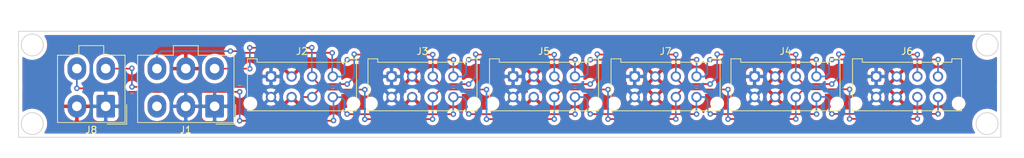
<source format=kicad_pcb>
(kicad_pcb (version 20171130) (host pcbnew "(5.1.5)-3")
  (layers (0 F.Cu signal) (31 B.Cu signal) (34 B.Paste user) (35 F.Paste user) (36 B.SilkS user) (37 F.SilkS user) (38 B.Mask user) (39 F.Mask user) (44 Edge.Cuts user))
  (net 0 "")
  (net 1 GND)
  (net 2 +12V)
  (net 3 CANH)
  (net 4 CANL)
  (net 5 PWM)
  (net 6 Sens)
  (net 7 DCDC+)
  (net 8 "Net-(J1-Pad3)")
  (module Connector_Molex:Molex_Micro-Fit_3.0_43045-0812_2x04_P3.00mm_Vertical (layer F.Cu) (at 118.78564 86.60384)
    (fp_text reference J2 (at 4.5 -3.67) (layer F.SilkS))
    (fp_text value Conn_01x08)
    (fp_line (start -3.435 4.7) (end -3.435 5.01) (layer F.SilkS) (width 0.12))
    (fp_line (start -3.435 5.01) (end 12.435 5.01) (layer F.SilkS) (width 0.12))
    (fp_line (start 12.435 5.01) (end 12.435 4.7) (layer F.SilkS) (width 0.12))
    (fp_line (start -3.435 3.18) (end -3.435 -2.58) (layer F.SilkS) (width 0.12))
    (fp_line (start -3.435 -2.58) (end -2.015 -2.58) (layer F.SilkS) (width 0.12))
    (fp_line (start -2.015 -2.58) (end -2.015 -2.08) (layer F.SilkS) (width 0.12))
    (fp_line (start -2.015 -2.08) (end 11.015 -2.08) (layer F.SilkS) (width 0.12))
    (fp_line (start 11.015 -2.08) (end 11.015 -2.58) (layer F.SilkS) (width 0.12))
    (fp_line (start 11.015 -2.58) (end 12.435 -2.58) (layer F.SilkS) (width 0.12))
    (fp_line (start 12.435 -2.58) (end 12.435 3.18) (layer F.SilkS) (width 0.12))
    (pad "" np_thru_hole circle (at -3 3.94) (size 1 1) (drill 1) (layers *.Cu *.Mask))
    (pad "" np_thru_hole circle (at 12 3.94) (size 1 1) (drill 1) (layers *.Cu *.Mask))
    (pad 1 thru_hole roundrect (at 0 0) (size 1.5 1.5) (drill 1) (layers *.Cu *.Mask) (roundrect_rratio 0.166667) (net 1 GND))
    (pad 2 thru_hole circle (at 3 0) (size 1.5 1.5) (drill 1) (layers *.Cu *.Mask) (net 2 +12V))
    (pad 3 thru_hole circle (at 6 0) (size 1.5 1.5) (drill 1) (layers *.Cu *.Mask) (net 3 CANH))
    (pad 4 thru_hole circle (at 9 0) (size 1.5 1.5) (drill 1) (layers *.Cu *.Mask) (net 4 CANL))
    (pad 5 thru_hole circle (at 0 3) (size 1.5 1.5) (drill 1) (layers *.Cu *.Mask) (net 1 GND))
    (pad 6 thru_hole circle (at 3 3) (size 1.5 1.5) (drill 1) (layers *.Cu *.Mask) (net 7 DCDC+))
    (pad 7 thru_hole circle (at 6 3) (size 1.5 1.5) (drill 1) (layers *.Cu *.Mask) (net 6 Sens))
    (pad 8 thru_hole circle (at 9 3) (size 1.5 1.5) (drill 1) (layers *.Cu *.Mask) (net 5 PWM))
  )
  (module Connector_Molex:Molex_Mini-Fit_Jr_5566-06A_2x03_P4.20mm_Vertical (layer F.Cu) (at 110.584779 90.958619 180)
    (fp_text reference J1 (at 4.2 -3.45) (layer F.SilkS))
    (fp_text value Conn_01x06)
    (fp_line (start 4.2 -2.36) (end -2.81 -2.36) (layer F.SilkS) (width 0.12))
    (fp_line (start -2.81 -2.36) (end -2.81 7.46) (layer F.SilkS) (width 0.12))
    (fp_line (start -2.81 7.46) (end 2.39 7.46) (layer F.SilkS) (width 0.12))
    (fp_line (start 2.39 7.46) (end 2.39 8.86) (layer F.SilkS) (width 0.12))
    (fp_line (start 2.39 8.86) (end 4.2 8.86) (layer F.SilkS) (width 0.12))
    (fp_line (start 4.2 -2.36) (end 11.21 -2.36) (layer F.SilkS) (width 0.12))
    (fp_line (start 11.21 -2.36) (end 11.21 7.46) (layer F.SilkS) (width 0.12))
    (fp_line (start 11.21 7.46) (end 6.01 7.46) (layer F.SilkS) (width 0.12))
    (fp_line (start 6.01 7.46) (end 6.01 8.86) (layer F.SilkS) (width 0.12))
    (fp_line (start 6.01 8.86) (end 4.2 8.86) (layer F.SilkS) (width 0.12))
    (fp_line (start -0.2 -2.6) (end -3.05 -2.6) (layer F.SilkS) (width 0.12))
    (fp_line (start -3.05 -2.6) (end -3.05 0.25) (layer F.SilkS) (width 0.12))
    (pad 1 thru_hole roundrect (at 0 0 180) (size 2.7 3.3) (drill 1.4) (layers *.Cu *.Mask) (roundrect_rratio 0.09259299999999999) (net 1 GND))
    (pad 2 thru_hole oval (at 4.2 0 180) (size 2.7 3.3) (drill 1.4) (layers *.Cu *.Mask) (net 1 GND))
    (pad 3 thru_hole oval (at 8.4 0 180) (size 2.7 3.3) (drill 1.4) (layers *.Cu *.Mask) (net 8 "Net-(J1-Pad3)"))
    (pad 4 thru_hole oval (at 0 5.5 180) (size 2.7 3.3) (drill 1.4) (layers *.Cu *.Mask) (net 3 CANH))
    (pad 5 thru_hole oval (at 4.2 5.5 180) (size 2.7 3.3) (drill 1.4) (layers *.Cu *.Mask) (net 2 +12V))
    (pad 6 thru_hole oval (at 8.4 5.5 180) (size 2.7 3.3) (drill 1.4) (layers *.Cu *.Mask) (net 4 CANL))
  )
  (module Connector_Molex:Molex_Mini-Fit_Jr_5566-04A_2x02_P4.20mm_Vertical (layer F.Cu) (at 94.734779 90.958619 180)
    (fp_text reference J8 (at 2.1 -3.45) (layer F.SilkS))
    (fp_text value Conn_01x04)
    (fp_line (start 2.1 -2.36) (end -2.81 -2.36) (layer F.SilkS) (width 0.12))
    (fp_line (start -2.81 -2.36) (end -2.81 7.46) (layer F.SilkS) (width 0.12))
    (fp_line (start -2.81 7.46) (end 0.29 7.46) (layer F.SilkS) (width 0.12))
    (fp_line (start 0.29 7.46) (end 0.29 8.86) (layer F.SilkS) (width 0.12))
    (fp_line (start 0.29 8.86) (end 2.1 8.86) (layer F.SilkS) (width 0.12))
    (fp_line (start 2.1 -2.36) (end 7.01 -2.36) (layer F.SilkS) (width 0.12))
    (fp_line (start 7.01 -2.36) (end 7.01 7.46) (layer F.SilkS) (width 0.12))
    (fp_line (start 7.01 7.46) (end 3.91 7.46) (layer F.SilkS) (width 0.12))
    (fp_line (start 3.91 7.46) (end 3.91 8.86) (layer F.SilkS) (width 0.12))
    (fp_line (start 3.91 8.86) (end 2.1 8.86) (layer F.SilkS) (width 0.12))
    (fp_line (start -0.2 -2.6) (end -3.05 -2.6) (layer F.SilkS) (width 0.12))
    (fp_line (start -3.05 -2.6) (end -3.05 0.25) (layer F.SilkS) (width 0.12))
    (pad 1 thru_hole roundrect (at 0 0 180) (size 2.7 3.3) (drill 1.4) (layers *.Cu *.Mask) (roundrect_rratio 0.09259299999999999) (net 1 GND))
    (pad 2 thru_hole oval (at 4.2 0 180) (size 2.7 3.3) (drill 1.4) (layers *.Cu *.Mask) (net 7 DCDC+))
    (pad 3 thru_hole oval (at 0 5.5 180) (size 2.7 3.3) (drill 1.4) (layers *.Cu *.Mask) (net 6 Sens))
    (pad 4 thru_hole oval (at 4.2 5.5 180) (size 2.7 3.3) (drill 1.4) (layers *.Cu *.Mask) (net 5 PWM))
  )
  (module Connector_Molex:Molex_Micro-Fit_3.0_43045-0812_2x04_P3.00mm_Vertical (layer F.Cu) (at 136.331401 86.604181)
    (fp_text reference J3 (at 4.5 -3.67) (layer F.SilkS))
    (fp_text value Conn_01x08)
    (fp_line (start -3.435 4.7) (end -3.435 5.01) (layer F.SilkS) (width 0.12))
    (fp_line (start -3.435 5.01) (end 12.435 5.01) (layer F.SilkS) (width 0.12))
    (fp_line (start 12.435 5.01) (end 12.435 4.7) (layer F.SilkS) (width 0.12))
    (fp_line (start -3.435 3.18) (end -3.435 -2.58) (layer F.SilkS) (width 0.12))
    (fp_line (start -3.435 -2.58) (end -2.015 -2.58) (layer F.SilkS) (width 0.12))
    (fp_line (start -2.015 -2.58) (end -2.015 -2.08) (layer F.SilkS) (width 0.12))
    (fp_line (start -2.015 -2.08) (end 11.015 -2.08) (layer F.SilkS) (width 0.12))
    (fp_line (start 11.015 -2.08) (end 11.015 -2.58) (layer F.SilkS) (width 0.12))
    (fp_line (start 11.015 -2.58) (end 12.435 -2.58) (layer F.SilkS) (width 0.12))
    (fp_line (start 12.435 -2.58) (end 12.435 3.18) (layer F.SilkS) (width 0.12))
    (pad "" np_thru_hole circle (at -3 3.94) (size 1 1) (drill 1) (layers *.Cu *.Mask))
    (pad "" np_thru_hole circle (at 12 3.94) (size 1 1) (drill 1) (layers *.Cu *.Mask))
    (pad 1 thru_hole roundrect (at 0 0) (size 1.5 1.5) (drill 1) (layers *.Cu *.Mask) (roundrect_rratio 0.166667) (net 1 GND))
    (pad 2 thru_hole circle (at 3 0) (size 1.5 1.5) (drill 1) (layers *.Cu *.Mask) (net 2 +12V))
    (pad 3 thru_hole circle (at 6 0) (size 1.5 1.5) (drill 1) (layers *.Cu *.Mask) (net 3 CANH))
    (pad 4 thru_hole circle (at 9 0) (size 1.5 1.5) (drill 1) (layers *.Cu *.Mask) (net 4 CANL))
    (pad 5 thru_hole circle (at 0 3) (size 1.5 1.5) (drill 1) (layers *.Cu *.Mask) (net 1 GND))
    (pad 6 thru_hole circle (at 3 3) (size 1.5 1.5) (drill 1) (layers *.Cu *.Mask) (net 7 DCDC+))
    (pad 7 thru_hole circle (at 6 3) (size 1.5 1.5) (drill 1) (layers *.Cu *.Mask) (net 6 Sens))
    (pad 8 thru_hole circle (at 9 3) (size 1.5 1.5) (drill 1) (layers *.Cu *.Mask) (net 5 PWM))
  )
  (module Connector_Molex:Molex_Micro-Fit_3.0_43045-0812_2x04_P3.00mm_Vertical (layer F.Cu) (at 189.163401 86.601241)
    (fp_text reference J4 (at 4.5 -3.67) (layer F.SilkS))
    (fp_text value Conn_01x08)
    (fp_line (start 12.435 -2.58) (end 12.435 3.18) (layer F.SilkS) (width 0.12))
    (fp_line (start 11.015 -2.58) (end 12.435 -2.58) (layer F.SilkS) (width 0.12))
    (fp_line (start 11.015 -2.08) (end 11.015 -2.58) (layer F.SilkS) (width 0.12))
    (fp_line (start -2.015 -2.08) (end 11.015 -2.08) (layer F.SilkS) (width 0.12))
    (fp_line (start -2.015 -2.58) (end -2.015 -2.08) (layer F.SilkS) (width 0.12))
    (fp_line (start -3.435 -2.58) (end -2.015 -2.58) (layer F.SilkS) (width 0.12))
    (fp_line (start -3.435 3.18) (end -3.435 -2.58) (layer F.SilkS) (width 0.12))
    (fp_line (start 12.435 5.01) (end 12.435 4.7) (layer F.SilkS) (width 0.12))
    (fp_line (start -3.435 5.01) (end 12.435 5.01) (layer F.SilkS) (width 0.12))
    (fp_line (start -3.435 4.7) (end -3.435 5.01) (layer F.SilkS) (width 0.12))
    (pad 8 thru_hole circle (at 9 3) (size 1.5 1.5) (drill 1) (layers *.Cu *.Mask) (net 5 PWM))
    (pad 7 thru_hole circle (at 6 3) (size 1.5 1.5) (drill 1) (layers *.Cu *.Mask) (net 6 Sens))
    (pad 6 thru_hole circle (at 3 3) (size 1.5 1.5) (drill 1) (layers *.Cu *.Mask) (net 7 DCDC+))
    (pad 5 thru_hole circle (at 0 3) (size 1.5 1.5) (drill 1) (layers *.Cu *.Mask) (net 1 GND))
    (pad 4 thru_hole circle (at 9 0) (size 1.5 1.5) (drill 1) (layers *.Cu *.Mask) (net 4 CANL))
    (pad 3 thru_hole circle (at 6 0) (size 1.5 1.5) (drill 1) (layers *.Cu *.Mask) (net 3 CANH))
    (pad 2 thru_hole circle (at 3 0) (size 1.5 1.5) (drill 1) (layers *.Cu *.Mask) (net 2 +12V))
    (pad 1 thru_hole roundrect (at 0 0) (size 1.5 1.5) (drill 1) (layers *.Cu *.Mask) (roundrect_rratio 0.166667) (net 1 GND))
    (pad "" np_thru_hole circle (at 12 3.94) (size 1 1) (drill 1) (layers *.Cu *.Mask))
    (pad "" np_thru_hole circle (at -3 3.94) (size 1 1) (drill 1) (layers *.Cu *.Mask))
  )
  (module Connector_Molex:Molex_Micro-Fit_3.0_43045-0812_2x04_P3.00mm_Vertical (layer F.Cu) (at 154.021401 86.604181)
    (fp_text reference J5 (at 4.5 -3.67) (layer F.SilkS))
    (fp_text value Conn_01x08)
    (fp_line (start -3.435 4.7) (end -3.435 5.01) (layer F.SilkS) (width 0.12))
    (fp_line (start -3.435 5.01) (end 12.435 5.01) (layer F.SilkS) (width 0.12))
    (fp_line (start 12.435 5.01) (end 12.435 4.7) (layer F.SilkS) (width 0.12))
    (fp_line (start -3.435 3.18) (end -3.435 -2.58) (layer F.SilkS) (width 0.12))
    (fp_line (start -3.435 -2.58) (end -2.015 -2.58) (layer F.SilkS) (width 0.12))
    (fp_line (start -2.015 -2.58) (end -2.015 -2.08) (layer F.SilkS) (width 0.12))
    (fp_line (start -2.015 -2.08) (end 11.015 -2.08) (layer F.SilkS) (width 0.12))
    (fp_line (start 11.015 -2.08) (end 11.015 -2.58) (layer F.SilkS) (width 0.12))
    (fp_line (start 11.015 -2.58) (end 12.435 -2.58) (layer F.SilkS) (width 0.12))
    (fp_line (start 12.435 -2.58) (end 12.435 3.18) (layer F.SilkS) (width 0.12))
    (pad "" np_thru_hole circle (at -3 3.94) (size 1 1) (drill 1) (layers *.Cu *.Mask))
    (pad "" np_thru_hole circle (at 12 3.94) (size 1 1) (drill 1) (layers *.Cu *.Mask))
    (pad 1 thru_hole roundrect (at 0 0) (size 1.5 1.5) (drill 1) (layers *.Cu *.Mask) (roundrect_rratio 0.166667) (net 1 GND))
    (pad 2 thru_hole circle (at 3 0) (size 1.5 1.5) (drill 1) (layers *.Cu *.Mask) (net 2 +12V))
    (pad 3 thru_hole circle (at 6 0) (size 1.5 1.5) (drill 1) (layers *.Cu *.Mask) (net 3 CANH))
    (pad 4 thru_hole circle (at 9 0) (size 1.5 1.5) (drill 1) (layers *.Cu *.Mask) (net 4 CANL))
    (pad 5 thru_hole circle (at 0 3) (size 1.5 1.5) (drill 1) (layers *.Cu *.Mask) (net 1 GND))
    (pad 6 thru_hole circle (at 3 3) (size 1.5 1.5) (drill 1) (layers *.Cu *.Mask) (net 7 DCDC+))
    (pad 7 thru_hole circle (at 6 3) (size 1.5 1.5) (drill 1) (layers *.Cu *.Mask) (net 6 Sens))
    (pad 8 thru_hole circle (at 9 3) (size 1.5 1.5) (drill 1) (layers *.Cu *.Mask) (net 5 PWM))
  )
  (module Connector_Molex:Molex_Micro-Fit_3.0_43045-0812_2x04_P3.00mm_Vertical (layer F.Cu) (at 206.853401 86.601241)
    (fp_text reference J6 (at 4.5 -3.67) (layer F.SilkS))
    (fp_text value Conn_01x08)
    (fp_line (start 12.435 -2.58) (end 12.435 3.18) (layer F.SilkS) (width 0.12))
    (fp_line (start 11.015 -2.58) (end 12.435 -2.58) (layer F.SilkS) (width 0.12))
    (fp_line (start 11.015 -2.08) (end 11.015 -2.58) (layer F.SilkS) (width 0.12))
    (fp_line (start -2.015 -2.08) (end 11.015 -2.08) (layer F.SilkS) (width 0.12))
    (fp_line (start -2.015 -2.58) (end -2.015 -2.08) (layer F.SilkS) (width 0.12))
    (fp_line (start -3.435 -2.58) (end -2.015 -2.58) (layer F.SilkS) (width 0.12))
    (fp_line (start -3.435 3.18) (end -3.435 -2.58) (layer F.SilkS) (width 0.12))
    (fp_line (start 12.435 5.01) (end 12.435 4.7) (layer F.SilkS) (width 0.12))
    (fp_line (start -3.435 5.01) (end 12.435 5.01) (layer F.SilkS) (width 0.12))
    (fp_line (start -3.435 4.7) (end -3.435 5.01) (layer F.SilkS) (width 0.12))
    (pad 8 thru_hole circle (at 9 3) (size 1.5 1.5) (drill 1) (layers *.Cu *.Mask) (net 5 PWM))
    (pad 7 thru_hole circle (at 6 3) (size 1.5 1.5) (drill 1) (layers *.Cu *.Mask) (net 6 Sens))
    (pad 6 thru_hole circle (at 3 3) (size 1.5 1.5) (drill 1) (layers *.Cu *.Mask) (net 7 DCDC+))
    (pad 5 thru_hole circle (at 0 3) (size 1.5 1.5) (drill 1) (layers *.Cu *.Mask) (net 1 GND))
    (pad 4 thru_hole circle (at 9 0) (size 1.5 1.5) (drill 1) (layers *.Cu *.Mask) (net 4 CANL))
    (pad 3 thru_hole circle (at 6 0) (size 1.5 1.5) (drill 1) (layers *.Cu *.Mask) (net 3 CANH))
    (pad 2 thru_hole circle (at 3 0) (size 1.5 1.5) (drill 1) (layers *.Cu *.Mask) (net 2 +12V))
    (pad 1 thru_hole roundrect (at 0 0) (size 1.5 1.5) (drill 1) (layers *.Cu *.Mask) (roundrect_rratio 0.166667) (net 1 GND))
    (pad "" np_thru_hole circle (at 12 3.94) (size 1 1) (drill 1) (layers *.Cu *.Mask))
    (pad "" np_thru_hole circle (at -3 3.94) (size 1 1) (drill 1) (layers *.Cu *.Mask))
  )
  (module Connector_Molex:Molex_Micro-Fit_3.0_43045-0812_2x04_P3.00mm_Vertical (layer F.Cu) (at 171.711401 86.604181)
    (fp_text reference J7 (at 4.5 -3.67) (layer F.SilkS))
    (fp_text value Conn_01x08)
    (fp_line (start -3.435 4.7) (end -3.435 5.01) (layer F.SilkS) (width 0.12))
    (fp_line (start -3.435 5.01) (end 12.435 5.01) (layer F.SilkS) (width 0.12))
    (fp_line (start 12.435 5.01) (end 12.435 4.7) (layer F.SilkS) (width 0.12))
    (fp_line (start -3.435 3.18) (end -3.435 -2.58) (layer F.SilkS) (width 0.12))
    (fp_line (start -3.435 -2.58) (end -2.015 -2.58) (layer F.SilkS) (width 0.12))
    (fp_line (start -2.015 -2.58) (end -2.015 -2.08) (layer F.SilkS) (width 0.12))
    (fp_line (start -2.015 -2.08) (end 11.015 -2.08) (layer F.SilkS) (width 0.12))
    (fp_line (start 11.015 -2.08) (end 11.015 -2.58) (layer F.SilkS) (width 0.12))
    (fp_line (start 11.015 -2.58) (end 12.435 -2.58) (layer F.SilkS) (width 0.12))
    (fp_line (start 12.435 -2.58) (end 12.435 3.18) (layer F.SilkS) (width 0.12))
    (pad "" np_thru_hole circle (at -3 3.94) (size 1 1) (drill 1) (layers *.Cu *.Mask))
    (pad "" np_thru_hole circle (at 12 3.94) (size 1 1) (drill 1) (layers *.Cu *.Mask))
    (pad 1 thru_hole roundrect (at 0 0) (size 1.5 1.5) (drill 1) (layers *.Cu *.Mask) (roundrect_rratio 0.166667) (net 1 GND))
    (pad 2 thru_hole circle (at 3 0) (size 1.5 1.5) (drill 1) (layers *.Cu *.Mask) (net 2 +12V))
    (pad 3 thru_hole circle (at 6 0) (size 1.5 1.5) (drill 1) (layers *.Cu *.Mask) (net 3 CANH))
    (pad 4 thru_hole circle (at 9 0) (size 1.5 1.5) (drill 1) (layers *.Cu *.Mask) (net 4 CANL))
    (pad 5 thru_hole circle (at 0 3) (size 1.5 1.5) (drill 1) (layers *.Cu *.Mask) (net 1 GND))
    (pad 6 thru_hole circle (at 3 3) (size 1.5 1.5) (drill 1) (layers *.Cu *.Mask) (net 7 DCDC+))
    (pad 7 thru_hole circle (at 6 3) (size 1.5 1.5) (drill 1) (layers *.Cu *.Mask) (net 6 Sens))
    (pad 8 thru_hole circle (at 9 3) (size 1.5 1.5) (drill 1) (layers *.Cu *.Mask) (net 5 PWM))
  )
  (gr_circle (center 223 93.48622) (end 224.6 93.48622) (layer Edge.Cuts) (width 0.12))
  (gr_circle (center 223 82) (end 224.6 82) (layer Edge.Cuts) (width 0.12))
  (gr_circle (center 84.042 82) (end 85.642 82) (layer Edge.Cuts) (width 0.12))
  (gr_circle (center 84.042 93.48622) (end 85.642 93.48622) (layer Edge.Cuts) (width 0.12))
  (gr_line (start 82.042 80) (end 82.042 95.48622) (layer Edge.Cuts) (width 0.12))
  (gr_line (start 82.042 80) (end 225 80) (layer Edge.Cuts) (width 0.12))
  (gr_line (start 225 80) (end 225 95.48622) (layer Edge.Cuts) (width 0.12))
  (gr_line (start 82.042 95.48622) (end 225 95.48622) (layer Edge.Cuts) (width 0.12))
  (via (at 130.88874 83.34756) (size 0.8) (drill 0.4) (layers F.Cu B.Cu) (net 3))
  (via (at 129.86512 87.72144) (size 0.8) (drill 0.4) (layers F.Cu B.Cu) (net 3))
  (via (at 142.32128 83.40234) (size 0.8) (drill 0.4) (layers F.Cu B.Cu) (net 3))
  (segment (start 142.330301 86.608861) (end 142.330301 83.411361) (width 0.25) (layer B.Cu) (net 3))
  (segment (start 142.32128 83.40234) (end 130.94352 83.40234) (width 0.25) (layer F.Cu) (net 3))
  (segment (start 130.88874 86.69782) (end 129.86512 87.72144) (width 0.25) (layer B.Cu) (net 3))
  (segment (start 130.88874 83.34756) (end 130.88874 86.69782) (width 0.25) (layer B.Cu) (net 3))
  (segment (start 130.94352 83.40234) (end 130.88874 83.34756) (width 0.25) (layer F.Cu) (net 3))
  (segment (start 129.86512 87.72144) (end 125.75288 87.72144) (width 0.25) (layer F.Cu) (net 3))
  (segment (start 125.75288 87.72144) (end 124.640301 86.608861) (width 0.25) (layer F.Cu) (net 3))
  (segment (start 142.330301 83.411361) (end 142.32128 83.40234) (width 0.25) (layer B.Cu) (net 3))
  (via (at 148.56968 83.3501) (size 0.8) (drill 0.4) (layers F.Cu B.Cu) (net 3))
  (via (at 147.54606 87.72398) (size 0.8) (drill 0.4) (layers F.Cu B.Cu) (net 3))
  (via (at 160.00222 83.40488) (size 0.8) (drill 0.4) (layers F.Cu B.Cu) (net 3))
  (segment (start 160.011241 86.611401) (end 160.011241 83.413901) (width 0.25) (layer B.Cu) (net 3))
  (segment (start 160.00222 83.40488) (end 148.62446 83.40488) (width 0.25) (layer F.Cu) (net 3))
  (segment (start 148.56968 86.70036) (end 147.54606 87.72398) (width 0.25) (layer B.Cu) (net 3))
  (segment (start 148.56968 83.3501) (end 148.56968 86.70036) (width 0.25) (layer B.Cu) (net 3))
  (segment (start 148.62446 83.40488) (end 148.56968 83.3501) (width 0.25) (layer F.Cu) (net 3))
  (segment (start 147.54606 87.72398) (end 143.43382 87.72398) (width 0.25) (layer F.Cu) (net 3))
  (segment (start 143.43382 87.72398) (end 142.321241 86.611401) (width 0.25) (layer F.Cu) (net 3))
  (segment (start 160.011241 83.413901) (end 160.00222 83.40488) (width 0.25) (layer B.Cu) (net 3))
  (via (at 166.26332 83.34502) (size 0.8) (drill 0.4) (layers F.Cu B.Cu) (net 3))
  (via (at 165.2397 87.7189) (size 0.8) (drill 0.4) (layers F.Cu B.Cu) (net 3))
  (via (at 177.69586 83.3998) (size 0.8) (drill 0.4) (layers F.Cu B.Cu) (net 3))
  (segment (start 177.704881 86.606321) (end 177.704881 83.408821) (width 0.25) (layer B.Cu) (net 3))
  (segment (start 177.69586 83.3998) (end 166.3181 83.3998) (width 0.25) (layer F.Cu) (net 3))
  (segment (start 166.26332 86.69528) (end 165.2397 87.7189) (width 0.25) (layer B.Cu) (net 3))
  (segment (start 166.26332 83.34502) (end 166.26332 86.69528) (width 0.25) (layer B.Cu) (net 3))
  (segment (start 166.3181 83.3998) (end 166.26332 83.34502) (width 0.25) (layer F.Cu) (net 3))
  (segment (start 165.2397 87.7189) (end 161.12746 87.7189) (width 0.25) (layer F.Cu) (net 3))
  (segment (start 161.12746 87.7189) (end 160.014881 86.606321) (width 0.25) (layer F.Cu) (net 3))
  (segment (start 177.704881 83.408821) (end 177.69586 83.3998) (width 0.25) (layer B.Cu) (net 3))
  (via (at 183.71312 83.33994) (size 0.8) (drill 0.4) (layers F.Cu B.Cu) (net 3))
  (via (at 182.6895 87.71382) (size 0.8) (drill 0.4) (layers F.Cu B.Cu) (net 3))
  (via (at 195.14566 83.39472) (size 0.8) (drill 0.4) (layers F.Cu B.Cu) (net 3))
  (segment (start 195.154681 86.601241) (end 195.154681 83.403741) (width 0.25) (layer B.Cu) (net 3))
  (segment (start 195.14566 83.39472) (end 183.7679 83.39472) (width 0.25) (layer F.Cu) (net 3))
  (segment (start 183.71312 86.6902) (end 182.6895 87.71382) (width 0.25) (layer B.Cu) (net 3))
  (segment (start 183.71312 83.33994) (end 183.71312 86.6902) (width 0.25) (layer B.Cu) (net 3))
  (segment (start 183.7679 83.39472) (end 183.71312 83.33994) (width 0.25) (layer F.Cu) (net 3))
  (segment (start 182.6895 87.71382) (end 178.57726 87.71382) (width 0.25) (layer F.Cu) (net 3))
  (segment (start 178.57726 87.71382) (end 177.464681 86.601241) (width 0.25) (layer F.Cu) (net 3))
  (segment (start 195.154681 83.403741) (end 195.14566 83.39472) (width 0.25) (layer B.Cu) (net 3))
  (via (at 212.84438 83.39472) (size 0.8) (drill 0.4) (layers F.Cu B.Cu) (net 3))
  (segment (start 212.853401 86.601241) (end 212.853401 83.403741) (width 0.25) (layer B.Cu) (net 3))
  (segment (start 212.853401 83.403741) (end 212.84438 83.39472) (width 0.25) (layer B.Cu) (net 3))
  (via (at 201.41184 83.33994) (size 0.8) (drill 0.4) (layers F.Cu B.Cu) (net 3))
  (segment (start 212.84438 83.39472) (end 201.46662 83.39472) (width 0.25) (layer F.Cu) (net 3))
  (segment (start 201.46662 83.39472) (end 201.41184 83.33994) (width 0.25) (layer F.Cu) (net 3))
  (via (at 200.38822 87.71382) (size 0.8) (drill 0.4) (layers F.Cu B.Cu) (net 3))
  (segment (start 201.41184 83.33994) (end 201.41184 86.6902) (width 0.25) (layer B.Cu) (net 3))
  (segment (start 201.41184 86.6902) (end 200.38822 87.71382) (width 0.25) (layer B.Cu) (net 3))
  (segment (start 196.27598 87.71382) (end 195.163401 86.601241) (width 0.25) (layer F.Cu) (net 3))
  (segment (start 200.38822 87.71382) (end 196.27598 87.71382) (width 0.25) (layer F.Cu) (net 3))
  (segment (start 110.584779 85.458619) (end 115.684619 85.458619) (width 0.25) (layer F.Cu) (net 3))
  (via (at 115.70208 85.47608) (size 0.8) (drill 0.4) (layers F.Cu B.Cu) (net 3))
  (segment (start 115.684619 85.458619) (end 115.70208 85.47608) (width 0.25) (layer F.Cu) (net 3))
  (via (at 115.69446 82.4103) (size 0.8) (drill 0.4) (layers F.Cu B.Cu) (net 3))
  (segment (start 115.70208 85.47608) (end 115.70208 82.41792) (width 0.25) (layer B.Cu) (net 3))
  (segment (start 115.70208 82.41792) (end 115.69446 82.4103) (width 0.25) (layer B.Cu) (net 3))
  (segment (start 115.69446 82.4103) (end 124.71146 82.4103) (width 0.25) (layer F.Cu) (net 3))
  (via (at 124.7267 82.39506) (size 0.8) (drill 0.4) (layers F.Cu B.Cu) (net 3))
  (segment (start 124.71146 82.4103) (end 124.7267 82.39506) (width 0.25) (layer F.Cu) (net 3))
  (segment (start 124.7267 86.5449) (end 124.78564 86.60384) (width 0.25) (layer B.Cu) (net 3))
  (segment (start 124.7267 82.39506) (end 124.7267 86.5449) (width 0.25) (layer B.Cu) (net 3))
  (via (at 129.88544 84.1629) (size 0.8) (drill 0.4) (layers F.Cu B.Cu) (net 4))
  (via (at 145.34134 84.14512) (size 0.8) (drill 0.4) (layers F.Cu B.Cu) (net 4))
  (segment (start 145.34134 84.14512) (end 129.90322 84.14512) (width 0.25) (layer F.Cu) (net 4))
  (segment (start 145.327761 84.158699) (end 145.34134 84.14512) (width 0.25) (layer B.Cu) (net 4))
  (segment (start 129.039679 86.626641) (end 127.637761 86.626641) (width 0.25) (layer B.Cu) (net 4))
  (segment (start 145.327761 86.626641) (end 145.327761 84.158699) (width 0.25) (layer B.Cu) (net 4))
  (segment (start 129.88544 84.1629) (end 129.485441 84.562899) (width 0.25) (layer B.Cu) (net 4))
  (segment (start 129.90322 84.14512) (end 129.88544 84.1629) (width 0.25) (layer F.Cu) (net 4))
  (segment (start 129.485441 84.562899) (end 129.485441 86.180879) (width 0.25) (layer B.Cu) (net 4))
  (segment (start 129.485441 86.180879) (end 129.039679 86.626641) (width 0.25) (layer B.Cu) (net 4))
  (via (at 147.57908 84.16036) (size 0.8) (drill 0.4) (layers F.Cu B.Cu) (net 4))
  (via (at 163.03498 84.14258) (size 0.8) (drill 0.4) (layers F.Cu B.Cu) (net 4))
  (segment (start 163.03498 84.14258) (end 147.59686 84.14258) (width 0.25) (layer F.Cu) (net 4))
  (segment (start 163.021401 84.156159) (end 163.03498 84.14258) (width 0.25) (layer B.Cu) (net 4))
  (segment (start 146.733319 86.624101) (end 145.331401 86.624101) (width 0.25) (layer B.Cu) (net 4))
  (segment (start 163.021401 86.624101) (end 163.021401 84.156159) (width 0.25) (layer B.Cu) (net 4))
  (segment (start 147.57908 84.16036) (end 147.179081 84.560359) (width 0.25) (layer B.Cu) (net 4))
  (segment (start 147.59686 84.14258) (end 147.57908 84.16036) (width 0.25) (layer F.Cu) (net 4))
  (segment (start 147.179081 84.560359) (end 147.179081 86.178339) (width 0.25) (layer B.Cu) (net 4))
  (segment (start 147.179081 86.178339) (end 146.733319 86.624101) (width 0.25) (layer B.Cu) (net 4))
  (via (at 165.27526 84.1629) (size 0.8) (drill 0.4) (layers F.Cu B.Cu) (net 4))
  (via (at 180.73116 84.14512) (size 0.8) (drill 0.4) (layers F.Cu B.Cu) (net 4))
  (segment (start 180.73116 84.14512) (end 165.29304 84.14512) (width 0.25) (layer F.Cu) (net 4))
  (segment (start 180.717581 84.158699) (end 180.73116 84.14512) (width 0.25) (layer B.Cu) (net 4))
  (segment (start 164.429499 86.626641) (end 163.027581 86.626641) (width 0.25) (layer B.Cu) (net 4))
  (segment (start 180.717581 86.626641) (end 180.717581 84.158699) (width 0.25) (layer B.Cu) (net 4))
  (segment (start 165.27526 84.1629) (end 164.875261 84.562899) (width 0.25) (layer B.Cu) (net 4))
  (segment (start 165.29304 84.14512) (end 165.27526 84.1629) (width 0.25) (layer F.Cu) (net 4))
  (segment (start 164.875261 84.562899) (end 164.875261 86.180879) (width 0.25) (layer B.Cu) (net 4))
  (segment (start 164.875261 86.180879) (end 164.429499 86.626641) (width 0.25) (layer B.Cu) (net 4))
  (via (at 198.12762 84.14258) (size 0.8) (drill 0.4) (layers F.Cu B.Cu) (net 4))
  (via (at 182.67172 84.16036) (size 0.8) (drill 0.4) (layers F.Cu B.Cu) (net 4))
  (segment (start 181.825959 86.624101) (end 180.424041 86.624101) (width 0.25) (layer B.Cu) (net 4))
  (segment (start 198.12762 84.14258) (end 182.6895 84.14258) (width 0.25) (layer F.Cu) (net 4))
  (segment (start 182.67172 84.16036) (end 182.271721 84.560359) (width 0.25) (layer B.Cu) (net 4))
  (segment (start 198.114041 84.156159) (end 198.12762 84.14258) (width 0.25) (layer B.Cu) (net 4))
  (segment (start 182.271721 84.560359) (end 182.271721 86.178339) (width 0.25) (layer B.Cu) (net 4))
  (segment (start 182.6895 84.14258) (end 182.67172 84.16036) (width 0.25) (layer F.Cu) (net 4))
  (segment (start 198.114041 86.624101) (end 198.114041 84.156159) (width 0.25) (layer B.Cu) (net 4))
  (segment (start 182.271721 86.178339) (end 181.825959 86.624101) (width 0.25) (layer B.Cu) (net 4))
  (via (at 215.86698 84.11972) (size 0.8) (drill 0.4) (layers F.Cu B.Cu) (net 4))
  (segment (start 215.853401 86.601241) (end 215.853401 84.133299) (width 0.25) (layer B.Cu) (net 4))
  (segment (start 215.853401 84.133299) (end 215.86698 84.11972) (width 0.25) (layer B.Cu) (net 4))
  (via (at 200.41108 84.1375) (size 0.8) (drill 0.4) (layers F.Cu B.Cu) (net 4))
  (segment (start 215.86698 84.11972) (end 200.42886 84.11972) (width 0.25) (layer F.Cu) (net 4))
  (segment (start 200.42886 84.11972) (end 200.41108 84.1375) (width 0.25) (layer F.Cu) (net 4))
  (segment (start 200.011081 84.537499) (end 200.011081 86.155479) (width 0.25) (layer B.Cu) (net 4))
  (segment (start 200.41108 84.1375) (end 200.011081 84.537499) (width 0.25) (layer B.Cu) (net 4))
  (segment (start 199.565319 86.601241) (end 198.163401 86.601241) (width 0.25) (layer B.Cu) (net 4))
  (segment (start 200.011081 86.155479) (end 199.565319 86.601241) (width 0.25) (layer B.Cu) (net 4))
  (segment (start 102.842878 82.90052) (end 111.8108 82.90052) (width 0.25) (layer B.Cu) (net 4))
  (segment (start 102.184779 85.458619) (end 102.184779 83.558619) (width 0.25) (layer B.Cu) (net 4))
  (segment (start 102.184779 83.558619) (end 102.842878 82.90052) (width 0.25) (layer B.Cu) (net 4))
  (via (at 127.69342 83.1596) (size 0.8) (drill 0.4) (layers F.Cu B.Cu) (net 4))
  (segment (start 127.69342 86.51162) (end 127.78564 86.60384) (width 0.25) (layer B.Cu) (net 4))
  (segment (start 127.69342 83.1596) (end 127.69342 86.51162) (width 0.25) (layer B.Cu) (net 4))
  (via (at 112.88014 82.90052) (size 0.8) (drill 0.4) (layers F.Cu B.Cu) (net 4))
  (segment (start 111.8108 82.90052) (end 112.88014 82.90052) (width 0.25) (layer B.Cu) (net 4))
  (segment (start 114.1476 83.15198) (end 127.55372 83.15198) (width 0.25) (layer F.Cu) (net 4))
  (segment (start 112.88014 82.90052) (end 113.89614 82.90052) (width 0.25) (layer F.Cu) (net 4))
  (segment (start 113.89614 82.90052) (end 114.1476 83.15198) (width 0.25) (layer F.Cu) (net 4))
  (via (at 145.32356 92.10802) (size 0.8) (drill 0.4) (layers F.Cu B.Cu) (net 5))
  (via (at 129.86766 92.09024) (size 0.8) (drill 0.4) (layers F.Cu B.Cu) (net 5))
  (segment (start 145.309981 89.626499) (end 145.309981 92.094441) (width 0.25) (layer B.Cu) (net 5))
  (segment (start 129.86766 92.09024) (end 129.467661 91.690241) (width 0.25) (layer B.Cu) (net 5))
  (segment (start 129.021899 89.626499) (end 127.619981 89.626499) (width 0.25) (layer B.Cu) (net 5))
  (segment (start 145.32356 92.10802) (end 129.88544 92.10802) (width 0.25) (layer F.Cu) (net 5))
  (segment (start 129.467661 91.690241) (end 129.467661 90.072261) (width 0.25) (layer B.Cu) (net 5))
  (segment (start 129.467661 90.072261) (end 129.021899 89.626499) (width 0.25) (layer B.Cu) (net 5))
  (segment (start 145.309981 92.094441) (end 145.32356 92.10802) (width 0.25) (layer F.Cu) (net 5))
  (segment (start 129.88544 92.10802) (end 129.86766 92.09024) (width 0.25) (layer B.Cu) (net 5))
  (via (at 163.03244 92.1004) (size 0.8) (drill 0.4) (layers F.Cu B.Cu) (net 5))
  (via (at 147.57654 92.08262) (size 0.8) (drill 0.4) (layers F.Cu B.Cu) (net 5))
  (segment (start 163.018861 89.618879) (end 163.018861 92.086821) (width 0.25) (layer B.Cu) (net 5))
  (segment (start 147.57654 92.08262) (end 147.176541 91.682621) (width 0.25) (layer B.Cu) (net 5))
  (segment (start 146.730779 89.618879) (end 145.328861 89.618879) (width 0.25) (layer B.Cu) (net 5))
  (segment (start 163.03244 92.1004) (end 147.59432 92.1004) (width 0.25) (layer F.Cu) (net 5))
  (segment (start 147.176541 91.682621) (end 147.176541 90.064641) (width 0.25) (layer B.Cu) (net 5))
  (segment (start 147.176541 90.064641) (end 146.730779 89.618879) (width 0.25) (layer B.Cu) (net 5))
  (segment (start 163.018861 92.086821) (end 163.03244 92.1004) (width 0.25) (layer F.Cu) (net 5))
  (segment (start 147.59432 92.1004) (end 147.57654 92.08262) (width 0.25) (layer B.Cu) (net 5))
  (via (at 180.71338 92.09278) (size 0.8) (drill 0.4) (layers F.Cu B.Cu) (net 5))
  (via (at 165.25748 92.075) (size 0.8) (drill 0.4) (layers F.Cu B.Cu) (net 5))
  (segment (start 180.699801 89.611259) (end 180.699801 92.079201) (width 0.25) (layer B.Cu) (net 5))
  (segment (start 165.25748 92.075) (end 164.857481 91.675001) (width 0.25) (layer B.Cu) (net 5))
  (segment (start 164.411719 89.611259) (end 163.009801 89.611259) (width 0.25) (layer B.Cu) (net 5))
  (segment (start 180.71338 92.09278) (end 165.27526 92.09278) (width 0.25) (layer F.Cu) (net 5))
  (segment (start 164.857481 91.675001) (end 164.857481 90.057021) (width 0.25) (layer B.Cu) (net 5))
  (segment (start 164.857481 90.057021) (end 164.411719 89.611259) (width 0.25) (layer B.Cu) (net 5))
  (segment (start 180.699801 92.079201) (end 180.71338 92.09278) (width 0.25) (layer F.Cu) (net 5))
  (segment (start 165.27526 92.09278) (end 165.25748 92.075) (width 0.25) (layer B.Cu) (net 5))
  (via (at 198.17842 92.09024) (size 0.8) (drill 0.4) (layers F.Cu B.Cu) (net 5))
  (via (at 182.72252 92.07246) (size 0.8) (drill 0.4) (layers F.Cu B.Cu) (net 5))
  (segment (start 198.164841 89.608719) (end 198.164841 92.076661) (width 0.25) (layer B.Cu) (net 5))
  (segment (start 182.72252 92.07246) (end 182.322521 91.672461) (width 0.25) (layer B.Cu) (net 5))
  (segment (start 181.876759 89.608719) (end 180.474841 89.608719) (width 0.25) (layer B.Cu) (net 5))
  (segment (start 198.17842 92.09024) (end 182.7403 92.09024) (width 0.25) (layer F.Cu) (net 5))
  (segment (start 182.322521 91.672461) (end 182.322521 90.054481) (width 0.25) (layer B.Cu) (net 5))
  (segment (start 182.322521 90.054481) (end 181.876759 89.608719) (width 0.25) (layer B.Cu) (net 5))
  (segment (start 198.164841 92.076661) (end 198.17842 92.09024) (width 0.25) (layer F.Cu) (net 5))
  (segment (start 182.7403 92.09024) (end 182.72252 92.07246) (width 0.25) (layer B.Cu) (net 5))
  (via (at 215.86952 92.06484) (size 0.8) (drill 0.4) (layers F.Cu B.Cu) (net 5))
  (via (at 200.41362 92.04706) (size 0.8) (drill 0.4) (layers F.Cu B.Cu) (net 5))
  (segment (start 199.567859 89.583319) (end 198.165941 89.583319) (width 0.25) (layer B.Cu) (net 5))
  (segment (start 215.86952 92.06484) (end 200.4314 92.06484) (width 0.25) (layer F.Cu) (net 5))
  (segment (start 200.41362 92.04706) (end 200.013621 91.647061) (width 0.25) (layer B.Cu) (net 5))
  (segment (start 215.855941 92.051261) (end 215.86952 92.06484) (width 0.25) (layer F.Cu) (net 5))
  (segment (start 200.013621 91.647061) (end 200.013621 90.029081) (width 0.25) (layer B.Cu) (net 5))
  (segment (start 200.4314 92.06484) (end 200.41362 92.04706) (width 0.25) (layer B.Cu) (net 5))
  (segment (start 215.855941 89.583319) (end 215.855941 92.051261) (width 0.25) (layer B.Cu) (net 5))
  (segment (start 200.013621 90.029081) (end 199.567859 89.583319) (width 0.25) (layer B.Cu) (net 5))
  (via (at 90.5383 88.33104) (size 0.8) (drill 0.4) (layers F.Cu B.Cu) (net 5))
  (segment (start 90.534779 85.458619) (end 90.534779 88.327519) (width 0.25) (layer B.Cu) (net 5))
  (segment (start 90.534779 88.327519) (end 90.5383 88.33104) (width 0.25) (layer B.Cu) (net 5))
  (segment (start 90.5383 88.33104) (end 97.1677 88.33104) (width 0.25) (layer F.Cu) (net 5))
  (via (at 114.22888 88.84522) (size 0.8) (drill 0.4) (layers F.Cu B.Cu) (net 5))
  (segment (start 97.1677 88.33104) (end 97.68188 88.84522) (width 0.25) (layer F.Cu) (net 5))
  (segment (start 97.68188 88.84522) (end 114.22888 88.84522) (width 0.25) (layer F.Cu) (net 5))
  (via (at 114.22634 93.06814) (size 0.8) (drill 0.4) (layers F.Cu B.Cu) (net 5))
  (segment (start 114.22888 88.84522) (end 114.22888 93.0656) (width 0.25) (layer B.Cu) (net 5))
  (segment (start 114.22888 93.0656) (end 114.22634 93.06814) (width 0.25) (layer B.Cu) (net 5))
  (segment (start 114.22634 93.06814) (end 127.8509 93.06814) (width 0.25) (layer F.Cu) (net 5))
  (via (at 127.88646 93.03258) (size 0.8) (drill 0.4) (layers F.Cu B.Cu) (net 5))
  (segment (start 127.8509 93.06814) (end 127.88646 93.03258) (width 0.25) (layer F.Cu) (net 5))
  (segment (start 127.88646 89.70466) (end 127.78564 89.60384) (width 0.25) (layer B.Cu) (net 5))
  (segment (start 127.88646 93.03258) (end 127.88646 89.70466) (width 0.25) (layer B.Cu) (net 5))
  (segment (start 132.44322 92.84462) (end 132.44322 88.51646) (width 0.25) (layer B.Cu) (net 6))
  (segment (start 132.45482 92.83302) (end 132.44322 92.84462) (width 0.25) (layer F.Cu) (net 6))
  (segment (start 142.30096 92.83302) (end 132.45482 92.83302) (width 0.25) (layer F.Cu) (net 6))
  (segment (start 125.7351 88.51646) (end 132.44322 88.51646) (width 0.25) (layer F.Cu) (net 6))
  (segment (start 125.29822 88.95334) (end 125.7351 88.51646) (width 0.25) (layer F.Cu) (net 6))
  (segment (start 124.619981 89.626499) (end 124.98324 89.2683) (width 0.25) (layer F.Cu) (net 6))
  (segment (start 125.29312 88.95842) (end 124.98324 89.2683) (width 0.25) (layer F.Cu) (net 6))
  (via (at 142.30096 92.83302) (size 0.8) (drill 0.4) (layers F.Cu B.Cu) (net 6))
  (segment (start 142.309981 89.626499) (end 142.309981 92.823999) (width 0.25) (layer B.Cu) (net 6))
  (segment (start 142.309981 92.823999) (end 142.30096 92.83302) (width 0.25) (layer F.Cu) (net 6))
  (via (at 132.44322 92.84462) (size 0.8) (drill 0.4) (layers F.Cu B.Cu) (net 6))
  (via (at 132.44322 88.51646) (size 0.8) (drill 0.4) (layers F.Cu B.Cu) (net 6))
  (segment (start 150.1521 92.837) (end 150.1521 88.50884) (width 0.25) (layer B.Cu) (net 6))
  (segment (start 150.1637 92.8254) (end 150.1521 92.837) (width 0.25) (layer F.Cu) (net 6))
  (segment (start 160.00984 92.8254) (end 150.1637 92.8254) (width 0.25) (layer F.Cu) (net 6))
  (segment (start 143.44398 88.50884) (end 150.1521 88.50884) (width 0.25) (layer F.Cu) (net 6))
  (segment (start 143.0071 88.94572) (end 143.44398 88.50884) (width 0.25) (layer F.Cu) (net 6))
  (segment (start 142.328861 89.618879) (end 142.69212 89.26068) (width 0.25) (layer F.Cu) (net 6))
  (segment (start 143.002 88.9508) (end 142.69212 89.26068) (width 0.25) (layer F.Cu) (net 6))
  (via (at 160.00984 92.8254) (size 0.8) (drill 0.4) (layers F.Cu B.Cu) (net 6))
  (segment (start 160.018861 89.618879) (end 160.018861 92.816379) (width 0.25) (layer B.Cu) (net 6))
  (segment (start 160.018861 92.816379) (end 160.00984 92.8254) (width 0.25) (layer F.Cu) (net 6))
  (via (at 150.1521 92.837) (size 0.8) (drill 0.4) (layers F.Cu B.Cu) (net 6))
  (via (at 150.1521 88.50884) (size 0.8) (drill 0.4) (layers F.Cu B.Cu) (net 6))
  (segment (start 167.83304 92.82938) (end 167.83304 88.50122) (width 0.25) (layer B.Cu) (net 6))
  (segment (start 167.84464 92.81778) (end 167.83304 92.82938) (width 0.25) (layer F.Cu) (net 6))
  (segment (start 177.69078 92.81778) (end 167.84464 92.81778) (width 0.25) (layer F.Cu) (net 6))
  (segment (start 161.12492 88.50122) (end 167.83304 88.50122) (width 0.25) (layer F.Cu) (net 6))
  (segment (start 160.68804 88.9381) (end 161.12492 88.50122) (width 0.25) (layer F.Cu) (net 6))
  (segment (start 160.009801 89.611259) (end 160.37306 89.25306) (width 0.25) (layer F.Cu) (net 6))
  (segment (start 160.68294 88.94318) (end 160.37306 89.25306) (width 0.25) (layer F.Cu) (net 6))
  (via (at 177.69078 92.81778) (size 0.8) (drill 0.4) (layers F.Cu B.Cu) (net 6))
  (segment (start 177.699801 89.611259) (end 177.699801 92.808759) (width 0.25) (layer B.Cu) (net 6))
  (segment (start 177.699801 92.808759) (end 177.69078 92.81778) (width 0.25) (layer F.Cu) (net 6))
  (via (at 167.83304 92.82938) (size 0.8) (drill 0.4) (layers F.Cu B.Cu) (net 6))
  (via (at 167.83304 88.50122) (size 0.8) (drill 0.4) (layers F.Cu B.Cu) (net 6))
  (segment (start 185.29808 92.82684) (end 185.29808 88.49868) (width 0.25) (layer B.Cu) (net 6))
  (segment (start 185.30968 92.81524) (end 185.29808 92.82684) (width 0.25) (layer F.Cu) (net 6))
  (segment (start 195.15582 92.81524) (end 185.30968 92.81524) (width 0.25) (layer F.Cu) (net 6))
  (segment (start 178.58996 88.49868) (end 185.29808 88.49868) (width 0.25) (layer F.Cu) (net 6))
  (segment (start 178.15308 88.93556) (end 178.58996 88.49868) (width 0.25) (layer F.Cu) (net 6))
  (segment (start 177.474841 89.608719) (end 177.8381 89.25052) (width 0.25) (layer F.Cu) (net 6))
  (segment (start 178.14798 88.94064) (end 177.8381 89.25052) (width 0.25) (layer F.Cu) (net 6))
  (via (at 195.15582 92.81524) (size 0.8) (drill 0.4) (layers F.Cu B.Cu) (net 6))
  (segment (start 195.164841 89.608719) (end 195.164841 92.806219) (width 0.25) (layer B.Cu) (net 6))
  (segment (start 195.164841 92.806219) (end 195.15582 92.81524) (width 0.25) (layer F.Cu) (net 6))
  (via (at 185.29808 92.82684) (size 0.8) (drill 0.4) (layers F.Cu B.Cu) (net 6))
  (via (at 185.29808 88.49868) (size 0.8) (drill 0.4) (layers F.Cu B.Cu) (net 6))
  (via (at 212.84692 92.78984) (size 0.8) (drill 0.4) (layers F.Cu B.Cu) (net 6))
  (segment (start 212.855941 92.780819) (end 212.84692 92.78984) (width 0.25) (layer F.Cu) (net 6))
  (segment (start 212.855941 89.583319) (end 212.855941 92.780819) (width 0.25) (layer B.Cu) (net 6))
  (via (at 202.98918 92.80144) (size 0.8) (drill 0.4) (layers F.Cu B.Cu) (net 6))
  (segment (start 212.84692 92.78984) (end 203.00078 92.78984) (width 0.25) (layer F.Cu) (net 6))
  (segment (start 203.00078 92.78984) (end 202.98918 92.80144) (width 0.25) (layer F.Cu) (net 6))
  (segment (start 202.98918 92.80144) (end 202.98918 88.47328) (width 0.25) (layer B.Cu) (net 6))
  (via (at 202.98918 88.47328) (size 0.8) (drill 0.4) (layers F.Cu B.Cu) (net 6))
  (segment (start 196.28106 88.47328) (end 202.98918 88.47328) (width 0.25) (layer F.Cu) (net 6))
  (segment (start 195.84418 88.91016) (end 196.28106 88.47328) (width 0.25) (layer F.Cu) (net 6))
  (segment (start 195.83908 88.91524) (end 195.5292 89.22512) (width 0.25) (layer F.Cu) (net 6))
  (segment (start 195.165941 89.583319) (end 195.5292 89.22512) (width 0.25) (layer F.Cu) (net 6))
  (segment (start 94.734779 85.458619) (end 98.493261 85.458619) (width 0.25) (layer F.Cu) (net 6))
  (via (at 98.5393 85.41258) (size 0.8) (drill 0.4) (layers F.Cu B.Cu) (net 6))
  (segment (start 98.493261 85.458619) (end 98.5393 85.41258) (width 0.25) (layer F.Cu) (net 6))
  (via (at 98.55708 88.12022) (size 0.8) (drill 0.4) (layers F.Cu B.Cu) (net 6))
  (segment (start 98.5393 85.41258) (end 98.5393 88.10244) (width 0.25) (layer B.Cu) (net 6))
  (segment (start 98.5393 88.10244) (end 98.55708 88.12022) (width 0.25) (layer B.Cu) (net 6))
  (segment (start 98.55708 88.12022) (end 122.80646 88.12022) (width 0.25) (layer F.Cu) (net 6))
  (segment (start 122.80646 88.12022) (end 123.2281 88.54186) (width 0.25) (layer F.Cu) (net 6))
  (segment (start 123.2281 88.54186) (end 123.2281 89.31148) (width 0.25) (layer F.Cu) (net 6))
  (segment (start 123.52046 89.60384) (end 124.78564 89.60384) (width 0.25) (layer F.Cu) (net 6))
  (segment (start 123.2281 89.31148) (end 123.52046 89.60384) (width 0.25) (layer F.Cu) (net 6))
  (zone (net 1) (net_name GND) (layer B.Cu) (connect_pads (clearance 0.508)) (min_thickness 0.254) (fill yes (arc_segments 32) (thermal_gap 0.508) (thermal_bridge_width 0.508))
    (polygon (pts (xy 228.37648 98.48977) (xy 80.51292 98.32594) (xy 80.391 75.438) (xy 228.25456 75.60183)))
  )
  (zone (net 7) (net_name DCDC+) (layer F.Cu) (connect_pads (clearance 0.508)) (min_thickness 0.254) (fill yes (arc_segments 32) (thermal_gap 0.508) (thermal_bridge_width 0.508))
    (polygon (pts (xy 226.83724 96.9137) (xy 79.40802 96.91624) (xy 79.45247 88.56853) (xy 226.88169 88.43899)))
  )
  (zone (net 2) (net_name +12V) (layer F.Cu) (connect_pads (clearance 0.508)) (min_thickness 0.254) (fill yes (arc_segments 32) (thermal_gap 0.508) (thermal_bridge_width 0.508))
    (polygon (pts (xy 226.88931 87.74684) (xy 79.34833 87.73668) (xy 79.48422 78.44536) (xy 227.0252 78.45552)))
  )
)
</source>
